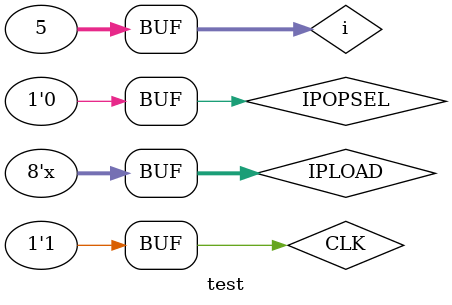
<source format=v>
module test();
reg CLK;
reg [7:0]IPLOAD;
reg IPOPSEL;
wire [7:0]NEXTIP;
integer i;

IPReg ipreg(
.clk(CLK),
.ipload(IPLOAD),
.ipopsel(IPOPSEL),
.nextip(NEXTIP));

initial
begin
//Dump Waves
$dumpfile("dump.vcd");
$dumpvars(1);

CLK <= 0;
#10;    
IPOPSEL <= 1'bz;
IPLOAD <= 8'bz;
CLK <= 1;
#10;

CLK <= 0;
#10;
IPOPSEL <= 0;
CLK <= 1;
#10;

for (i = 0; i < 5; i = i+1)
begin
CLK <= 0;
#10;
CLK <= 1;
#10;
end

CLK <= 0;    
#10;
IPOPSEL <= 1;
IPLOAD <= 10;
CLK <= 1;

#10;
CLK <= 0;
#10;
IPOPSEL <= 0;
IPLOAD <= 8'bz;
CLK <= 1;

#10;
for (i = 0; i < 5; i = i+1)
begin
CLK <= 0;
#10;
CLK <= 1;
#10;
end

end
endmodule
</source>
